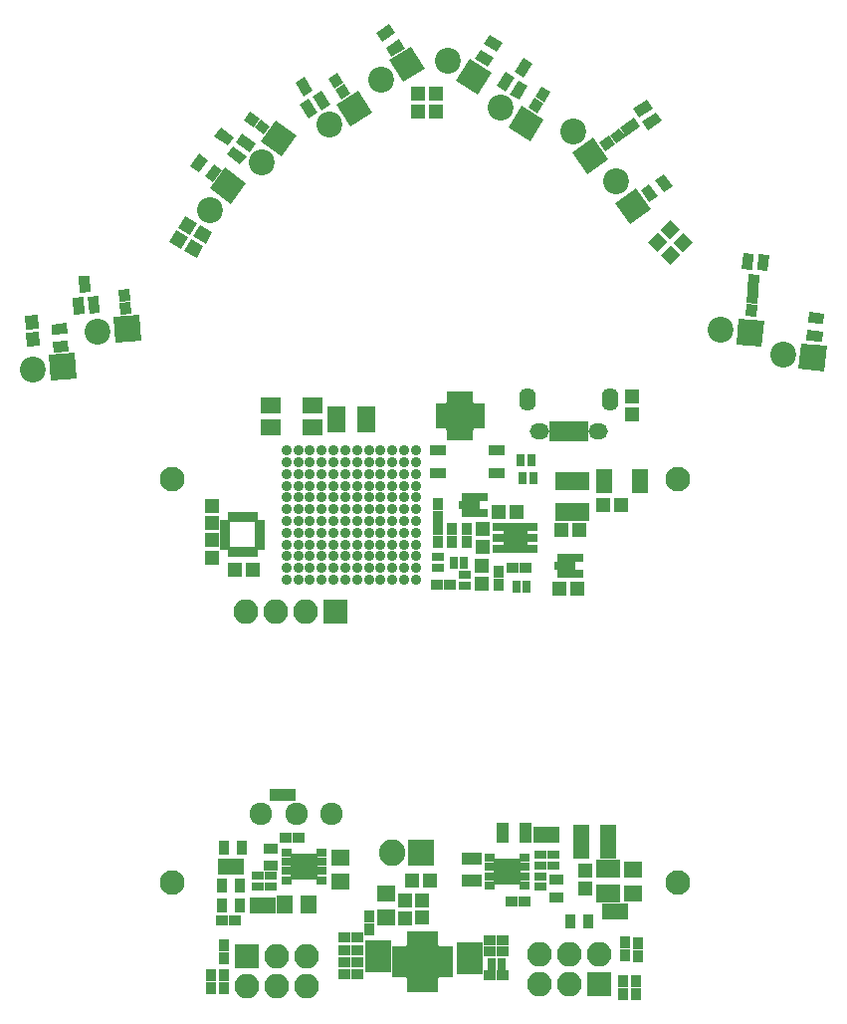
<source format=gts>
G04 #@! TF.FileFunction,Soldermask,Top*
%FSLAX46Y46*%
G04 Gerber Fmt 4.6, Leading zero omitted, Abs format (unit mm)*
G04 Created by KiCad (PCBNEW 4.0.6) date 11/24/17 03:10:44*
%MOMM*%
%LPD*%
G01*
G04 APERTURE LIST*
%ADD10C,0.100000*%
%ADD11C,0.900000*%
%ADD12C,2.200000*%
%ADD13R,2.100000X2.100000*%
%ADD14O,2.100000X2.100000*%
%ADD15R,0.900000X1.300000*%
%ADD16R,1.400000X0.900000*%
%ADD17R,1.000000X1.500000*%
%ADD18R,0.700000X1.050000*%
%ADD19R,1.050000X0.700000*%
%ADD20R,2.400000X2.400000*%
%ADD21R,1.500000X2.300000*%
%ADD22R,1.000000X0.750000*%
%ADD23R,2.000000X2.500000*%
%ADD24R,1.150000X1.200000*%
%ADD25R,0.900000X1.000000*%
%ADD26R,1.200000X1.150000*%
%ADD27R,1.400000X2.000000*%
%ADD28R,1.000000X0.900000*%
%ADD29R,0.800000X1.000000*%
%ADD30R,1.000000X0.800000*%
%ADD31R,1.700000X1.450000*%
%ADD32R,0.620000X0.940000*%
%ADD33R,0.940000X0.620000*%
%ADD34R,1.700000X1.100000*%
%ADD35R,1.100000X1.700000*%
%ADD36R,1.650000X1.400000*%
%ADD37R,1.400000X1.650000*%
%ADD38R,1.300000X0.900000*%
%ADD39R,0.800000X1.750000*%
%ADD40O,1.650000X1.350000*%
%ADD41O,1.400000X1.950000*%
%ADD42R,2.250000X2.250000*%
%ADD43C,2.250000*%
%ADD44R,2.200000X1.400000*%
%ADD45R,0.850000X0.800000*%
%ADD46R,1.200000X2.300000*%
%ADD47C,1.924000*%
%ADD48R,0.750000X1.200000*%
%ADD49R,1.200000X0.750000*%
%ADD50R,1.650000X1.650000*%
%ADD51R,1.421080X2.940000*%
%ADD52R,0.755600X1.568400*%
%ADD53R,1.500000X2.000000*%
%ADD54R,0.650000X0.800000*%
%ADD55R,0.900000X0.800000*%
%ADD56R,1.000000X1.000000*%
%ADD57C,2.100000*%
G04 APERTURE END LIST*
D10*
D11*
X118072800Y-77279800D03*
X118072800Y-76279800D03*
X118072800Y-75279800D03*
X118072800Y-74279800D03*
X118072800Y-73279800D03*
X118072800Y-72279800D03*
X118072800Y-71279800D03*
X118072800Y-70279800D03*
X117072800Y-77279800D03*
X117072800Y-76279800D03*
X117072800Y-75279800D03*
X117072800Y-74279800D03*
X117072800Y-73279800D03*
X117072800Y-72279800D03*
X117072800Y-71279800D03*
X117072800Y-70279800D03*
X116072800Y-77279800D03*
X116072800Y-76279800D03*
X116072800Y-75279800D03*
X116072800Y-74279800D03*
X116072800Y-73279800D03*
X116072800Y-72279800D03*
X116072800Y-71279800D03*
X116072800Y-70279800D03*
X115072800Y-77279800D03*
X115072800Y-76279800D03*
X115072800Y-75279800D03*
X115072800Y-74279800D03*
X115072800Y-73279800D03*
X115072800Y-72279800D03*
X115072800Y-71279800D03*
X115072800Y-70279800D03*
X114072800Y-77279800D03*
X114072800Y-76279800D03*
X114072800Y-75279800D03*
X114072800Y-74279800D03*
X114072800Y-73279800D03*
X114072800Y-72279800D03*
X114072800Y-71279800D03*
X114072800Y-70279800D03*
X113072800Y-77279800D03*
X113072800Y-76279800D03*
X113072800Y-75279800D03*
X113072800Y-74279800D03*
X113072800Y-73279800D03*
X113072800Y-72279800D03*
X113072800Y-71279800D03*
X113072800Y-70279800D03*
X112072800Y-77279800D03*
X112072800Y-76279800D03*
X112072800Y-75279800D03*
X112072800Y-74279800D03*
X112072800Y-73279800D03*
X112072800Y-72279800D03*
X112072800Y-71279800D03*
X112072800Y-70279800D03*
X111072800Y-77279800D03*
X111072800Y-76279800D03*
X111072800Y-75279800D03*
X111072800Y-74279800D03*
X111072800Y-73279800D03*
X111072800Y-72279800D03*
X111072800Y-71279800D03*
X111072800Y-70279800D03*
X110072800Y-77279800D03*
X110072800Y-76279800D03*
X110072800Y-75279800D03*
X110072800Y-74279800D03*
X110072800Y-73279800D03*
X110072800Y-72279800D03*
X110072800Y-71279800D03*
X110072800Y-70279800D03*
X109072800Y-77279800D03*
X109072800Y-76279800D03*
X109072800Y-75279800D03*
X109072800Y-74279800D03*
X109072800Y-73279800D03*
X109072800Y-72279800D03*
X109072800Y-71279800D03*
X109072800Y-70279800D03*
X108072800Y-77279800D03*
X108072800Y-76279800D03*
X108072800Y-75279800D03*
X108072800Y-74279800D03*
X108072800Y-73279800D03*
X108072800Y-72279800D03*
X108072800Y-71279800D03*
X108072800Y-70279800D03*
X107072800Y-77279800D03*
X107072800Y-76279800D03*
X107072800Y-75279800D03*
X107072800Y-74279800D03*
X107072800Y-73279800D03*
X107072800Y-72279800D03*
X107072800Y-71279800D03*
X107072800Y-70279800D03*
X118072800Y-69279800D03*
X118072800Y-68279800D03*
X118072800Y-67279800D03*
X118072800Y-66279800D03*
X117072800Y-69279800D03*
X117072800Y-68279800D03*
X117072800Y-67279800D03*
X117072800Y-66279800D03*
X116072800Y-69279800D03*
X116072800Y-68279800D03*
X116072800Y-67279800D03*
X116072800Y-66279800D03*
X115072800Y-69279800D03*
X115072800Y-68279800D03*
X115072800Y-67279800D03*
X115072800Y-66279800D03*
X114072800Y-69279800D03*
X114072800Y-68279800D03*
X114072800Y-67279800D03*
X114072800Y-66279800D03*
X113072800Y-69279800D03*
X113072800Y-68279800D03*
X113072800Y-67279800D03*
X113072800Y-66279800D03*
X112072800Y-69279800D03*
X112072800Y-68279800D03*
X112072800Y-67279800D03*
X112072800Y-66279800D03*
X111072800Y-69279800D03*
X111072800Y-68279800D03*
X111072800Y-67279800D03*
X111072800Y-66279800D03*
X110072800Y-69279800D03*
X110072800Y-68279800D03*
X110072800Y-67279800D03*
X110072800Y-66279800D03*
X109072800Y-69279800D03*
X109072800Y-68279800D03*
X109072800Y-67279800D03*
X109072800Y-66279800D03*
X108072800Y-69279800D03*
X108072800Y-68279800D03*
X108072800Y-67279800D03*
X108072800Y-66279800D03*
X107072800Y-69279800D03*
X107072800Y-68279800D03*
X107072800Y-67279800D03*
X107072800Y-66279800D03*
D10*
G36*
X128968164Y-38136658D02*
X127802342Y-40002364D01*
X125936636Y-38836542D01*
X127102458Y-36970836D01*
X128968164Y-38136658D01*
X128968164Y-38136658D01*
G37*
D12*
X125298358Y-37140605D03*
D10*
G36*
X113202342Y-35700836D02*
X114368164Y-37566542D01*
X112502458Y-38732364D01*
X111336636Y-36866658D01*
X113202342Y-35700836D01*
X113202342Y-35700836D01*
G37*
D12*
X110698358Y-38562595D03*
D10*
G36*
X106194548Y-38249598D02*
X107969861Y-39548931D01*
X106670528Y-41324244D01*
X104895215Y-40024911D01*
X106194548Y-38249598D01*
X106194548Y-38249598D01*
G37*
D12*
X104932400Y-41836600D03*
D13*
X133654800Y-111683800D03*
D14*
X133654800Y-109143800D03*
X131114800Y-111683800D03*
X131114800Y-109143800D03*
X128574800Y-111683800D03*
X128574800Y-109143800D03*
D15*
X103123600Y-103305400D03*
X101623600Y-103305400D03*
D16*
X119992400Y-68246600D03*
X124992400Y-68246600D03*
X124992400Y-66246600D03*
X119992400Y-66246600D03*
D17*
X130428000Y-71480800D03*
X131378000Y-71480800D03*
X132328000Y-71480800D03*
X132328000Y-68880800D03*
X130428000Y-68880800D03*
X131378000Y-68880800D03*
D18*
X122586000Y-61807000D03*
X122086000Y-61807000D03*
X121586000Y-61807000D03*
X121086000Y-61807000D03*
D19*
X120286000Y-62607000D03*
X120286000Y-63107000D03*
X120286000Y-63607000D03*
X120286000Y-64107000D03*
D18*
X121086000Y-64907000D03*
X121586000Y-64907000D03*
X122086000Y-64907000D03*
X122586000Y-64907000D03*
D19*
X123386000Y-64107000D03*
X123386000Y-63607000D03*
X123386000Y-63107000D03*
X123386000Y-62607000D03*
D20*
X121836000Y-63357000D03*
D21*
X111322800Y-63648600D03*
X113822800Y-63648600D03*
D22*
X125149800Y-74663200D03*
X125149800Y-73713200D03*
X125149800Y-72763200D03*
X127949800Y-72763200D03*
X127949800Y-73713200D03*
X127949800Y-74663200D03*
D23*
X126549800Y-73713200D03*
D24*
X136502400Y-61736600D03*
X136502400Y-63236600D03*
D25*
X119952400Y-71916600D03*
X119952400Y-70816600D03*
D26*
X135522400Y-70942200D03*
X134022400Y-70942200D03*
D24*
X123660000Y-77609000D03*
X123660000Y-76109000D03*
D27*
X134120000Y-68891400D03*
X137120000Y-68891400D03*
D28*
X126335800Y-76262800D03*
X127435800Y-76262800D03*
D25*
X121107200Y-74083000D03*
X121107200Y-72983000D03*
X122424000Y-74032200D03*
X122424000Y-72932200D03*
D26*
X130466400Y-73025000D03*
X131966400Y-73025000D03*
D25*
X119951600Y-74069600D03*
X119951600Y-72969600D03*
X125133200Y-76627200D03*
X125133200Y-77727200D03*
D26*
X126632400Y-71501000D03*
X125132400Y-71501000D03*
D28*
X119909600Y-77719600D03*
X121009600Y-77719600D03*
D24*
X123803600Y-74498800D03*
X123803600Y-72998800D03*
D29*
X127513600Y-77837600D03*
X126613600Y-77837600D03*
D30*
X119989600Y-75355600D03*
X119989600Y-76255600D03*
D26*
X131814000Y-78054200D03*
X130314000Y-78054200D03*
D30*
X122237600Y-76879600D03*
X122237600Y-77779600D03*
D29*
X121279600Y-75805600D03*
X122179600Y-75805600D03*
D10*
G36*
X147709305Y-55282910D02*
X147506090Y-57473505D01*
X145315495Y-57270290D01*
X145518710Y-55079695D01*
X147709305Y-55282910D01*
X147709305Y-55282910D01*
G37*
D12*
X143983259Y-56041979D03*
D10*
G36*
X134451285Y-41517379D02*
X132649151Y-42779247D01*
X131387283Y-40977113D01*
X133189417Y-39715245D01*
X134451285Y-41517379D01*
X134451285Y-41517379D01*
G37*
D12*
X131462400Y-39166600D03*
D10*
G36*
X94529677Y-54786774D02*
X94694630Y-56980581D01*
X92500823Y-57145534D01*
X92335870Y-54951727D01*
X94529677Y-54786774D01*
X94529677Y-54786774D01*
G37*
D12*
X90982400Y-56156600D03*
D10*
G36*
X101844410Y-42269277D02*
X103619723Y-43568610D01*
X102320390Y-45343923D01*
X100545077Y-44044590D01*
X101844410Y-42269277D01*
X101844410Y-42269277D01*
G37*
D12*
X100582262Y-45856279D03*
D10*
G36*
X89066827Y-58007220D02*
X89231780Y-60201027D01*
X87037973Y-60365980D01*
X86873020Y-58172173D01*
X89066827Y-58007220D01*
X89066827Y-58007220D01*
G37*
D12*
X85519550Y-59377046D03*
D10*
G36*
X117662342Y-31940836D02*
X118828164Y-33806542D01*
X116962458Y-34972364D01*
X115796636Y-33106658D01*
X117662342Y-31940836D01*
X117662342Y-31940836D01*
G37*
D12*
X115158358Y-34802595D03*
D10*
G36*
X138094401Y-45776733D02*
X136292267Y-47038601D01*
X135030399Y-45236467D01*
X136832533Y-43974599D01*
X138094401Y-45776733D01*
X138094401Y-45776733D01*
G37*
D12*
X135105516Y-43425954D03*
D10*
G36*
X124508164Y-34146658D02*
X123342342Y-36012364D01*
X121476636Y-34846542D01*
X122642458Y-32980836D01*
X124508164Y-34146658D01*
X124508164Y-34146658D01*
G37*
D12*
X120838358Y-33150605D03*
D10*
G36*
X153027246Y-57381531D02*
X152824031Y-59572126D01*
X150633436Y-59368911D01*
X150836651Y-57178316D01*
X153027246Y-57381531D01*
X153027246Y-57381531D01*
G37*
D12*
X149301200Y-58140600D03*
D31*
X105692800Y-62469600D03*
X105692800Y-64319600D03*
X109292800Y-62469600D03*
X109292800Y-64319600D03*
D32*
X104341260Y-71957360D03*
X103941260Y-71957360D03*
X103541260Y-71957360D03*
X103141260Y-71957360D03*
X102741260Y-71957360D03*
X102341260Y-71957360D03*
D33*
X101846260Y-72452360D03*
X101846260Y-72852360D03*
X101846260Y-73252360D03*
X101846260Y-73652360D03*
X101846260Y-74052360D03*
X101846260Y-74452360D03*
D32*
X102341260Y-74947360D03*
X102741260Y-74947360D03*
X103141260Y-74947360D03*
X103541260Y-74947360D03*
X103941260Y-74947360D03*
X104341260Y-74947360D03*
D33*
X104836260Y-74452360D03*
X104836260Y-74052360D03*
X104836260Y-73652360D03*
X104836260Y-73252360D03*
X104836260Y-72852360D03*
X104836260Y-72452360D03*
D13*
X103733600Y-109245400D03*
D14*
X103733600Y-111785400D03*
X106273600Y-109245400D03*
X106273600Y-111785400D03*
X108813600Y-109245400D03*
X108813600Y-111785400D03*
D34*
X122843300Y-102849400D03*
X122843300Y-100949400D03*
D28*
X127283400Y-104627400D03*
X126183400Y-104627400D03*
D35*
X127384900Y-98760000D03*
X125484900Y-98760000D03*
D36*
X111674100Y-100934500D03*
X111674100Y-102934500D03*
D28*
X107005400Y-99232700D03*
X108105400Y-99232700D03*
D37*
X106918200Y-104858800D03*
X108918200Y-104858800D03*
D30*
X128672600Y-102468400D03*
X128672600Y-103368400D03*
X129802900Y-101552300D03*
X129802900Y-100652300D03*
X128659900Y-100677700D03*
X128659900Y-101577700D03*
D38*
X130044200Y-104297900D03*
X130044200Y-102797900D03*
D30*
X104612900Y-102434800D03*
X104612900Y-103334800D03*
X105743200Y-103345800D03*
X105743200Y-102445800D03*
D15*
X101613600Y-104945400D03*
X103113600Y-104945400D03*
X103273600Y-100035400D03*
X101773600Y-100035400D03*
D39*
X132372400Y-64676600D03*
X131722400Y-64676600D03*
X131072400Y-64676600D03*
X130422400Y-64676600D03*
X129772400Y-64676600D03*
D40*
X133572400Y-64676600D03*
X128572400Y-64676600D03*
D41*
X134572400Y-61976600D03*
X127572400Y-61976600D03*
D24*
X117182400Y-104546600D03*
X117182400Y-106046600D03*
D10*
G36*
X86014535Y-55913909D02*
X84867772Y-56000135D01*
X84777797Y-54803513D01*
X85924560Y-54717287D01*
X86014535Y-55913909D01*
X86014535Y-55913909D01*
G37*
G36*
X86127003Y-57409687D02*
X84980240Y-57495913D01*
X84890265Y-56299291D01*
X86037028Y-56213065D01*
X86127003Y-57409687D01*
X86127003Y-57409687D01*
G37*
G36*
X98705996Y-48169635D02*
X98130996Y-49165565D01*
X97091766Y-48565565D01*
X97666766Y-47569635D01*
X98705996Y-48169635D01*
X98705996Y-48169635D01*
G37*
G36*
X100005034Y-48919635D02*
X99430034Y-49915565D01*
X98390804Y-49315565D01*
X98965804Y-48319635D01*
X100005034Y-48919635D01*
X100005034Y-48919635D01*
G37*
G36*
X99467996Y-46963135D02*
X98892996Y-47959065D01*
X97853766Y-47359065D01*
X98428766Y-46363135D01*
X99467996Y-46963135D01*
X99467996Y-46963135D01*
G37*
G36*
X100767034Y-47713135D02*
X100192034Y-48709065D01*
X99152804Y-48109065D01*
X99727804Y-47113135D01*
X100767034Y-47713135D01*
X100767034Y-47713135D01*
G37*
D24*
X118232700Y-35956500D03*
X118232700Y-37456500D03*
X119807500Y-35956500D03*
X119807500Y-37456500D03*
D10*
G36*
X139666552Y-48344620D02*
X138853380Y-47531448D01*
X139701908Y-46682920D01*
X140515080Y-47496092D01*
X139666552Y-48344620D01*
X139666552Y-48344620D01*
G37*
G36*
X138605892Y-49405280D02*
X137792720Y-48592108D01*
X138641248Y-47743580D01*
X139454420Y-48556752D01*
X138605892Y-49405280D01*
X138605892Y-49405280D01*
G37*
G36*
X140769305Y-49459047D02*
X139956133Y-48645875D01*
X140804661Y-47797347D01*
X141617833Y-48610519D01*
X140769305Y-49459047D01*
X140769305Y-49459047D01*
G37*
G36*
X139708645Y-50519707D02*
X138895473Y-49706535D01*
X139744001Y-48858007D01*
X140557173Y-49671179D01*
X139708645Y-50519707D01*
X139708645Y-50519707D01*
G37*
D24*
X100736400Y-70979000D03*
X100736400Y-72479000D03*
X100736400Y-75425400D03*
X100736400Y-73925400D03*
D26*
X104171760Y-76401860D03*
X102671760Y-76401860D03*
D10*
G36*
X88550545Y-57864486D02*
X87254204Y-57961958D01*
X87186723Y-57064492D01*
X88483064Y-56967020D01*
X88550545Y-57864486D01*
X88550545Y-57864486D01*
G37*
G36*
X88438077Y-56368708D02*
X87141736Y-56466180D01*
X87074255Y-55568714D01*
X88370596Y-55471242D01*
X88438077Y-56368708D01*
X88438077Y-56368708D01*
G37*
G36*
X117119534Y-32109810D02*
X116017071Y-32798705D01*
X115540144Y-32035462D01*
X116642607Y-31346567D01*
X117119534Y-32109810D01*
X117119534Y-32109810D01*
G37*
G36*
X116324656Y-30837738D02*
X115222193Y-31526633D01*
X114745266Y-30763390D01*
X115847729Y-30074495D01*
X116324656Y-30837738D01*
X116324656Y-30837738D01*
G37*
G36*
X101604646Y-42480802D02*
X100836858Y-43529851D01*
X100110594Y-42998306D01*
X100878382Y-41949257D01*
X101604646Y-42480802D01*
X101604646Y-42480802D01*
G37*
G36*
X100394206Y-41594894D02*
X99626418Y-42643943D01*
X98900154Y-42112398D01*
X99667942Y-41063349D01*
X100394206Y-41594894D01*
X100394206Y-41594894D01*
G37*
G36*
X137932242Y-45227340D02*
X137186593Y-44162443D01*
X137923830Y-43646224D01*
X138669479Y-44711121D01*
X137932242Y-45227340D01*
X137932242Y-45227340D01*
G37*
G36*
X139160970Y-44366976D02*
X138415321Y-43302079D01*
X139152558Y-42785860D01*
X139898207Y-43850757D01*
X139160970Y-44366976D01*
X139160970Y-44366976D01*
G37*
G36*
X124197729Y-33698705D02*
X123095266Y-33009810D01*
X123572193Y-32246567D01*
X124674656Y-32935462D01*
X124197729Y-33698705D01*
X124197729Y-33698705D01*
G37*
G36*
X124992607Y-32426633D02*
X123890144Y-31737738D01*
X124367071Y-30974495D01*
X125469534Y-31663390D01*
X124992607Y-32426633D01*
X124992607Y-32426633D01*
G37*
G36*
X152598776Y-57051511D02*
X151304334Y-56931429D01*
X151387468Y-56035277D01*
X152681910Y-56155359D01*
X152598776Y-57051511D01*
X152598776Y-57051511D01*
G37*
G36*
X152737332Y-55557923D02*
X151442890Y-55437841D01*
X151526024Y-54541689D01*
X152820466Y-54661771D01*
X152737332Y-55557923D01*
X152737332Y-55557923D01*
G37*
G36*
X92804939Y-52663296D02*
X93702406Y-52595815D01*
X93777385Y-53593000D01*
X92879918Y-53660481D01*
X92804939Y-52663296D01*
X92804939Y-52663296D01*
G37*
G36*
X92887415Y-53760200D02*
X93784882Y-53692719D01*
X93859861Y-54689904D01*
X92962394Y-54757385D01*
X92887415Y-53760200D01*
X92887415Y-53760200D01*
G37*
G36*
X103449319Y-38219596D02*
X103980864Y-37493332D01*
X104787825Y-38083938D01*
X104256280Y-38810202D01*
X103449319Y-38219596D01*
X103449319Y-38219596D01*
G37*
G36*
X104336975Y-38869262D02*
X104868520Y-38142998D01*
X105675481Y-38733604D01*
X105143936Y-39459868D01*
X104336975Y-38869262D01*
X104336975Y-38869262D01*
G37*
G36*
X110624363Y-34664614D02*
X111387606Y-34187686D01*
X111917525Y-35035734D01*
X111154282Y-35512662D01*
X110624363Y-34664614D01*
X110624363Y-34664614D01*
G37*
G36*
X111207275Y-35597466D02*
X111970518Y-35120538D01*
X112500437Y-35968586D01*
X111737194Y-36445514D01*
X111207275Y-35597466D01*
X111207275Y-35597466D01*
G37*
G36*
X128767194Y-35357686D02*
X129530437Y-35834614D01*
X129000518Y-36682662D01*
X128237275Y-36205734D01*
X128767194Y-35357686D01*
X128767194Y-35357686D01*
G37*
G36*
X128184282Y-36290538D02*
X128947525Y-36767466D01*
X128417606Y-37615514D01*
X127654363Y-37138586D01*
X128184282Y-36290538D01*
X128184282Y-36290538D01*
G37*
G36*
X135404401Y-38905726D02*
X135920619Y-39642963D01*
X135101467Y-40216540D01*
X134585249Y-39479303D01*
X135404401Y-38905726D01*
X135404401Y-38905726D01*
G37*
G36*
X134503333Y-39536660D02*
X135019551Y-40273897D01*
X134200399Y-40847474D01*
X133684181Y-40110237D01*
X134503333Y-39536660D01*
X134503333Y-39536660D01*
G37*
G36*
X146311313Y-52719522D02*
X147207465Y-52802655D01*
X147115095Y-53798380D01*
X146218943Y-53715247D01*
X146311313Y-52719522D01*
X146311313Y-52719522D01*
G37*
G36*
X146209705Y-53814820D02*
X147105857Y-53897953D01*
X147013487Y-54893678D01*
X146117335Y-54810545D01*
X146209705Y-53814820D01*
X146209705Y-53814820D01*
G37*
D29*
X127192400Y-68676600D03*
X128092400Y-68676600D03*
X126992400Y-67156600D03*
X127892400Y-67156600D03*
D42*
X118551200Y-100507800D03*
D43*
X116051200Y-100507800D03*
D44*
X122635200Y-110147400D03*
X114865200Y-109977400D03*
X122665200Y-108737400D03*
X114835200Y-108567400D03*
X102373600Y-101645400D03*
X105093600Y-104925400D03*
X129185200Y-98947800D03*
D45*
X107066200Y-100438800D03*
X107066200Y-101238800D03*
X107066200Y-102038800D03*
X107066200Y-102838800D03*
X110016200Y-102838800D03*
X110016200Y-102038800D03*
X110016200Y-101238800D03*
X110016200Y-100438800D03*
D46*
X109091200Y-101638800D03*
X107991200Y-101638800D03*
D45*
X127282600Y-103294400D03*
X127282600Y-102494400D03*
X127282600Y-101694400D03*
X127282600Y-100894400D03*
X124332600Y-100894400D03*
X124332600Y-101694400D03*
X124332600Y-102494400D03*
X124332600Y-103294400D03*
D46*
X125257600Y-102094400D03*
X126357600Y-102094400D03*
D47*
X110922400Y-97186600D03*
X107922400Y-97186600D03*
X104922400Y-97186600D03*
D36*
X115562400Y-105946600D03*
X115562400Y-103946600D03*
D24*
X118592400Y-104516600D03*
X118592400Y-106016600D03*
D25*
X114122400Y-107026600D03*
X114122400Y-105926600D03*
D48*
X117690200Y-111727400D03*
X118340200Y-111727400D03*
X118990200Y-111727400D03*
X119640200Y-111727400D03*
D49*
X120665200Y-110702400D03*
X120665200Y-110052400D03*
X120665200Y-109402400D03*
X120665200Y-108752400D03*
D48*
X119640200Y-107727400D03*
X118990200Y-107727400D03*
X118340200Y-107727400D03*
X117690200Y-107727400D03*
D49*
X116665200Y-108752400D03*
X116665200Y-109402400D03*
X116665200Y-110052400D03*
X116665200Y-110702400D03*
D50*
X119290200Y-109102400D03*
X118040200Y-109102400D03*
X119290200Y-110352400D03*
X118040200Y-110352400D03*
D28*
X113115200Y-109827400D03*
X112015200Y-109827400D03*
X113065200Y-108767400D03*
X111965200Y-108767400D03*
X124395200Y-108877400D03*
X125495200Y-108877400D03*
X124385200Y-110867400D03*
X125485200Y-110867400D03*
X111972000Y-107670600D03*
X113072000Y-107670600D03*
X124395200Y-107887400D03*
X125495200Y-107887400D03*
X111985200Y-110847400D03*
X113085200Y-110847400D03*
D10*
G36*
X89508671Y-52890903D02*
X89403701Y-51494844D01*
X90301167Y-51427363D01*
X90406137Y-52823422D01*
X89508671Y-52890903D01*
X89508671Y-52890903D01*
G37*
G36*
X88995463Y-54734573D02*
X88890493Y-53338514D01*
X89787959Y-53271033D01*
X89892929Y-54667092D01*
X88995463Y-54734573D01*
X88995463Y-54734573D01*
G37*
G36*
X90291803Y-54637100D02*
X90186833Y-53241041D01*
X91084299Y-53173560D01*
X91189269Y-54569619D01*
X90291803Y-54637100D01*
X90291803Y-54637100D01*
G37*
G36*
X102075236Y-40401611D02*
X100945491Y-39574763D01*
X101477036Y-38848499D01*
X102606781Y-39675347D01*
X102075236Y-40401611D01*
X102075236Y-40401611D01*
G37*
G36*
X103143871Y-41989225D02*
X102014126Y-41162377D01*
X102545671Y-40436113D01*
X103675416Y-41262961D01*
X103143871Y-41989225D01*
X103143871Y-41989225D01*
G37*
G36*
X103911658Y-40940177D02*
X102781913Y-40113329D01*
X103313458Y-39387065D01*
X104443203Y-40213913D01*
X103911658Y-40940177D01*
X103911658Y-40940177D01*
G37*
G36*
X108564795Y-36215454D02*
X107822908Y-35028187D01*
X108586151Y-34551260D01*
X109328038Y-35738527D01*
X108564795Y-36215454D01*
X108564795Y-36215454D01*
G37*
G36*
X108967418Y-38086388D02*
X108225531Y-36899121D01*
X108988774Y-36422194D01*
X109730661Y-37609461D01*
X108967418Y-38086388D01*
X108967418Y-38086388D01*
G37*
G36*
X110069881Y-37397493D02*
X109327994Y-36210226D01*
X110091237Y-35733299D01*
X110833124Y-36920566D01*
X110069881Y-37397493D01*
X110069881Y-37397493D01*
G37*
G36*
X126496762Y-34138527D02*
X127238649Y-32951260D01*
X128001892Y-33428187D01*
X127260005Y-34615454D01*
X126496762Y-34138527D01*
X126496762Y-34138527D01*
G37*
G36*
X124991676Y-35320566D02*
X125733563Y-34133299D01*
X126496806Y-34610226D01*
X125754919Y-35797493D01*
X124991676Y-35320566D01*
X124991676Y-35320566D01*
G37*
G36*
X126094139Y-36009461D02*
X126836026Y-34822194D01*
X127599269Y-35299121D01*
X126857382Y-36486388D01*
X126094139Y-36009461D01*
X126094139Y-36009461D01*
G37*
G36*
X137126679Y-38769934D02*
X135979866Y-39572941D01*
X135463647Y-38835704D01*
X136610460Y-38032697D01*
X137126679Y-38769934D01*
X137126679Y-38769934D01*
G37*
G36*
X138973978Y-38269945D02*
X137827165Y-39072952D01*
X137310946Y-38335715D01*
X138457759Y-37532708D01*
X138973978Y-38269945D01*
X138973978Y-38269945D01*
G37*
G36*
X138228328Y-37205047D02*
X137081515Y-38008054D01*
X136565296Y-37270817D01*
X137712109Y-36467810D01*
X138228328Y-37205047D01*
X138228328Y-37205047D01*
G37*
G36*
X147306090Y-51403504D02*
X147176771Y-52797519D01*
X146280618Y-52714386D01*
X146409937Y-51320371D01*
X147306090Y-51403504D01*
X147306090Y-51403504D01*
G37*
G36*
X148119579Y-49671241D02*
X147990260Y-51065256D01*
X147094107Y-50982123D01*
X147223426Y-49588108D01*
X148119579Y-49671241D01*
X148119579Y-49671241D01*
G37*
G36*
X146825136Y-49551159D02*
X146695817Y-50945174D01*
X145799664Y-50862041D01*
X145928983Y-49468026D01*
X146825136Y-49551159D01*
X146825136Y-49551159D01*
G37*
D24*
X132451600Y-103543800D03*
X132451600Y-102043800D03*
D36*
X136566400Y-101946200D03*
X136566400Y-103946200D03*
D51*
X134409940Y-99542600D03*
X132118860Y-99542600D03*
D15*
X131244400Y-106337100D03*
X132744400Y-106337100D03*
D52*
X133772400Y-103936800D03*
X134432800Y-103936800D03*
X135093200Y-103936800D03*
X135093200Y-101854000D03*
X134432800Y-101854000D03*
X133772400Y-101854000D03*
D44*
X134991600Y-105486200D03*
D53*
X130875400Y-76105000D03*
D54*
X130200400Y-76105000D03*
D55*
X131925400Y-75455000D03*
X131925400Y-76755000D03*
D56*
X107362400Y-95566600D03*
X106192400Y-95566600D03*
X106782400Y-95566600D03*
D28*
X102702400Y-106216600D03*
X101602400Y-106216600D03*
D25*
X101742400Y-109446600D03*
X101742400Y-108346600D03*
X135712400Y-112466600D03*
X135712400Y-111366600D03*
X136772400Y-111366600D03*
X136772400Y-112466600D03*
X100642400Y-110916600D03*
X100642400Y-112016600D03*
X101722400Y-112026600D03*
X101722400Y-110926600D03*
X135882400Y-109236600D03*
X135882400Y-108136600D03*
X136952400Y-108146600D03*
X136952400Y-109246600D03*
D26*
X119262400Y-102876600D03*
X117762400Y-102876600D03*
D53*
X122742400Y-70926600D03*
D54*
X122067400Y-70926600D03*
D55*
X123792400Y-70276600D03*
X123792400Y-71576600D03*
D57*
X97372000Y-68741400D03*
X140372000Y-68741400D03*
X140372000Y-102981400D03*
X97372000Y-102981400D03*
D13*
X111262400Y-80006600D03*
D14*
X108722400Y-80006600D03*
X106182400Y-80006600D03*
X103642400Y-80006600D03*
D29*
X124505200Y-109947400D03*
X125405200Y-109947400D03*
D38*
X105743200Y-101613800D03*
X105743200Y-100113800D03*
M02*

</source>
